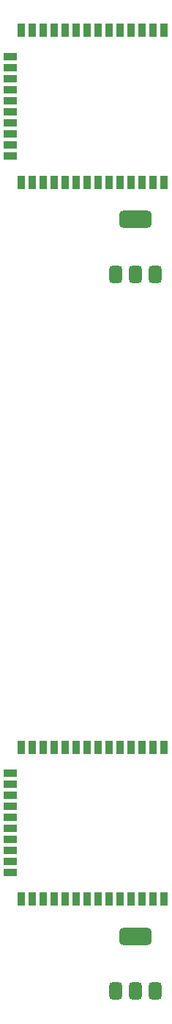
<source format=gbr>
%TF.GenerationSoftware,KiCad,Pcbnew,8.0.1*%
%TF.CreationDate,2024-12-11T12:45:41-03:00*%
%TF.ProjectId,AdeJiga,4164654a-6967-4612-9e6b-696361645f70,rev?*%
%TF.SameCoordinates,Original*%
%TF.FileFunction,Paste,Bot*%
%TF.FilePolarity,Positive*%
%FSLAX46Y46*%
G04 Gerber Fmt 4.6, Leading zero omitted, Abs format (unit mm)*
G04 Created by KiCad (PCBNEW 8.0.1) date 2024-12-11 12:45:41*
%MOMM*%
%LPD*%
G01*
G04 APERTURE LIST*
G04 Aperture macros list*
%AMRoundRect*
0 Rectangle with rounded corners*
0 $1 Rounding radius*
0 $2 $3 $4 $5 $6 $7 $8 $9 X,Y pos of 4 corners*
0 Add a 4 corners polygon primitive as box body*
4,1,4,$2,$3,$4,$5,$6,$7,$8,$9,$2,$3,0*
0 Add four circle primitives for the rounded corners*
1,1,$1+$1,$2,$3*
1,1,$1+$1,$4,$5*
1,1,$1+$1,$6,$7*
1,1,$1+$1,$8,$9*
0 Add four rect primitives between the rounded corners*
20,1,$1+$1,$2,$3,$4,$5,0*
20,1,$1+$1,$4,$5,$6,$7,0*
20,1,$1+$1,$6,$7,$8,$9,0*
20,1,$1+$1,$8,$9,$2,$3,0*%
G04 Aperture macros list end*
%ADD10RoundRect,0.375000X0.375000X-0.625000X0.375000X0.625000X-0.375000X0.625000X-0.375000X-0.625000X0*%
%ADD11RoundRect,0.500000X1.400000X-0.500000X1.400000X0.500000X-1.400000X0.500000X-1.400000X-0.500000X0*%
%ADD12R,0.900000X1.500000*%
%ADD13R,1.500000X0.900000*%
G04 APERTURE END LIST*
D10*
%TO.C,U4*%
X176500000Y-161630000D03*
X174200000Y-161630000D03*
D11*
X174200000Y-155330000D03*
D10*
X171900000Y-161630000D03*
%TD*%
D12*
%TO.C,U2*%
X177502500Y-151075000D03*
X176232500Y-151075000D03*
X174962500Y-151075000D03*
X173692500Y-151075000D03*
X172422500Y-151075000D03*
X171152500Y-151075000D03*
X169882500Y-151075000D03*
X168612500Y-151075000D03*
X167342500Y-151075000D03*
X166072500Y-151075000D03*
X164802500Y-151075000D03*
X163532500Y-151075000D03*
X162262500Y-151075000D03*
X160992500Y-151075000D03*
D13*
X159742500Y-148035000D03*
X159742500Y-146765000D03*
X159742500Y-145495000D03*
X159742500Y-144225000D03*
X159742500Y-142955000D03*
X159742500Y-141685000D03*
X159742500Y-140415000D03*
X159742500Y-139145000D03*
X159742500Y-137875000D03*
X159742500Y-136605000D03*
D12*
X160992500Y-133575000D03*
X162262500Y-133575000D03*
X163532500Y-133575000D03*
X164802500Y-133575000D03*
X166072500Y-133575000D03*
X167342500Y-133575000D03*
X168612500Y-133575000D03*
X169882500Y-133575000D03*
X171152500Y-133575000D03*
X172422500Y-133575000D03*
X173692500Y-133575000D03*
X174962500Y-133575000D03*
X176232500Y-133575000D03*
X177502500Y-133575000D03*
%TD*%
D10*
%TO.C,U4*%
X171900000Y-79150000D03*
D11*
X174200000Y-72850000D03*
D10*
X174200000Y-79150000D03*
X176500000Y-79150000D03*
%TD*%
D12*
%TO.C,U2*%
X177502500Y-51095000D03*
X176232500Y-51095000D03*
X174962500Y-51095000D03*
X173692500Y-51095000D03*
X172422500Y-51095000D03*
X171152500Y-51095000D03*
X169882500Y-51095000D03*
X168612500Y-51095000D03*
X167342500Y-51095000D03*
X166072500Y-51095000D03*
X164802500Y-51095000D03*
X163532500Y-51095000D03*
X162262500Y-51095000D03*
X160992500Y-51095000D03*
D13*
X159742500Y-54125000D03*
X159742500Y-55395000D03*
X159742500Y-56665000D03*
X159742500Y-57935000D03*
X159742500Y-59205000D03*
X159742500Y-60475000D03*
X159742500Y-61745000D03*
X159742500Y-63015000D03*
X159742500Y-64285000D03*
X159742500Y-65555000D03*
D12*
X160992500Y-68595000D03*
X162262500Y-68595000D03*
X163532500Y-68595000D03*
X164802500Y-68595000D03*
X166072500Y-68595000D03*
X167342500Y-68595000D03*
X168612500Y-68595000D03*
X169882500Y-68595000D03*
X171152500Y-68595000D03*
X172422500Y-68595000D03*
X173692500Y-68595000D03*
X174962500Y-68595000D03*
X176232500Y-68595000D03*
X177502500Y-68595000D03*
%TD*%
M02*

</source>
